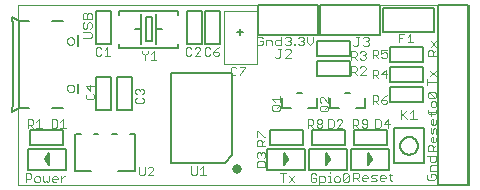
<source format=gto>
G75*
%MOIN*%
%OFA0B0*%
%FSLAX25Y25*%
%IPPOS*%
%LPD*%
%AMOC8*
5,1,8,0,0,1.08239X$1,22.5*
%
%ADD10C,0.00000*%
%ADD11C,0.00300*%
%ADD12C,0.00800*%
%ADD13C,0.00500*%
%ADD14C,0.03150*%
%ADD15C,0.00400*%
D10*
X0008000Y0002250D02*
X0008000Y0062211D01*
X0158201Y0062211D01*
X0158201Y0002250D01*
X0008000Y0002250D01*
X0024191Y0034376D02*
X0024193Y0034446D01*
X0024199Y0034516D01*
X0024209Y0034585D01*
X0024222Y0034654D01*
X0024240Y0034722D01*
X0024261Y0034789D01*
X0024286Y0034854D01*
X0024315Y0034918D01*
X0024347Y0034981D01*
X0024383Y0035041D01*
X0024422Y0035099D01*
X0024464Y0035155D01*
X0024509Y0035209D01*
X0024557Y0035260D01*
X0024608Y0035308D01*
X0024662Y0035353D01*
X0024718Y0035395D01*
X0024776Y0035434D01*
X0024836Y0035470D01*
X0024899Y0035502D01*
X0024963Y0035531D01*
X0025028Y0035556D01*
X0025095Y0035577D01*
X0025163Y0035595D01*
X0025232Y0035608D01*
X0025301Y0035618D01*
X0025371Y0035624D01*
X0025441Y0035626D01*
X0025511Y0035624D01*
X0025581Y0035618D01*
X0025650Y0035608D01*
X0025719Y0035595D01*
X0025787Y0035577D01*
X0025854Y0035556D01*
X0025919Y0035531D01*
X0025983Y0035502D01*
X0026046Y0035470D01*
X0026106Y0035434D01*
X0026164Y0035395D01*
X0026220Y0035353D01*
X0026274Y0035308D01*
X0026325Y0035260D01*
X0026373Y0035209D01*
X0026418Y0035155D01*
X0026460Y0035099D01*
X0026499Y0035041D01*
X0026535Y0034981D01*
X0026567Y0034918D01*
X0026596Y0034854D01*
X0026621Y0034789D01*
X0026642Y0034722D01*
X0026660Y0034654D01*
X0026673Y0034585D01*
X0026683Y0034516D01*
X0026689Y0034446D01*
X0026691Y0034376D01*
X0026689Y0034306D01*
X0026683Y0034236D01*
X0026673Y0034167D01*
X0026660Y0034098D01*
X0026642Y0034030D01*
X0026621Y0033963D01*
X0026596Y0033898D01*
X0026567Y0033834D01*
X0026535Y0033771D01*
X0026499Y0033711D01*
X0026460Y0033653D01*
X0026418Y0033597D01*
X0026373Y0033543D01*
X0026325Y0033492D01*
X0026274Y0033444D01*
X0026220Y0033399D01*
X0026164Y0033357D01*
X0026106Y0033318D01*
X0026046Y0033282D01*
X0025983Y0033250D01*
X0025919Y0033221D01*
X0025854Y0033196D01*
X0025787Y0033175D01*
X0025719Y0033157D01*
X0025650Y0033144D01*
X0025581Y0033134D01*
X0025511Y0033128D01*
X0025441Y0033126D01*
X0025371Y0033128D01*
X0025301Y0033134D01*
X0025232Y0033144D01*
X0025163Y0033157D01*
X0025095Y0033175D01*
X0025028Y0033196D01*
X0024963Y0033221D01*
X0024899Y0033250D01*
X0024836Y0033282D01*
X0024776Y0033318D01*
X0024718Y0033357D01*
X0024662Y0033399D01*
X0024608Y0033444D01*
X0024557Y0033492D01*
X0024509Y0033543D01*
X0024464Y0033597D01*
X0024422Y0033653D01*
X0024383Y0033711D01*
X0024347Y0033771D01*
X0024315Y0033834D01*
X0024286Y0033898D01*
X0024261Y0033963D01*
X0024240Y0034030D01*
X0024222Y0034098D01*
X0024209Y0034167D01*
X0024199Y0034236D01*
X0024193Y0034306D01*
X0024191Y0034376D01*
X0024191Y0050124D02*
X0024193Y0050194D01*
X0024199Y0050264D01*
X0024209Y0050333D01*
X0024222Y0050402D01*
X0024240Y0050470D01*
X0024261Y0050537D01*
X0024286Y0050602D01*
X0024315Y0050666D01*
X0024347Y0050729D01*
X0024383Y0050789D01*
X0024422Y0050847D01*
X0024464Y0050903D01*
X0024509Y0050957D01*
X0024557Y0051008D01*
X0024608Y0051056D01*
X0024662Y0051101D01*
X0024718Y0051143D01*
X0024776Y0051182D01*
X0024836Y0051218D01*
X0024899Y0051250D01*
X0024963Y0051279D01*
X0025028Y0051304D01*
X0025095Y0051325D01*
X0025163Y0051343D01*
X0025232Y0051356D01*
X0025301Y0051366D01*
X0025371Y0051372D01*
X0025441Y0051374D01*
X0025511Y0051372D01*
X0025581Y0051366D01*
X0025650Y0051356D01*
X0025719Y0051343D01*
X0025787Y0051325D01*
X0025854Y0051304D01*
X0025919Y0051279D01*
X0025983Y0051250D01*
X0026046Y0051218D01*
X0026106Y0051182D01*
X0026164Y0051143D01*
X0026220Y0051101D01*
X0026274Y0051056D01*
X0026325Y0051008D01*
X0026373Y0050957D01*
X0026418Y0050903D01*
X0026460Y0050847D01*
X0026499Y0050789D01*
X0026535Y0050729D01*
X0026567Y0050666D01*
X0026596Y0050602D01*
X0026621Y0050537D01*
X0026642Y0050470D01*
X0026660Y0050402D01*
X0026673Y0050333D01*
X0026683Y0050264D01*
X0026689Y0050194D01*
X0026691Y0050124D01*
X0026689Y0050054D01*
X0026683Y0049984D01*
X0026673Y0049915D01*
X0026660Y0049846D01*
X0026642Y0049778D01*
X0026621Y0049711D01*
X0026596Y0049646D01*
X0026567Y0049582D01*
X0026535Y0049519D01*
X0026499Y0049459D01*
X0026460Y0049401D01*
X0026418Y0049345D01*
X0026373Y0049291D01*
X0026325Y0049240D01*
X0026274Y0049192D01*
X0026220Y0049147D01*
X0026164Y0049105D01*
X0026106Y0049066D01*
X0026046Y0049030D01*
X0025983Y0048998D01*
X0025919Y0048969D01*
X0025854Y0048944D01*
X0025787Y0048923D01*
X0025719Y0048905D01*
X0025650Y0048892D01*
X0025581Y0048882D01*
X0025511Y0048876D01*
X0025441Y0048874D01*
X0025371Y0048876D01*
X0025301Y0048882D01*
X0025232Y0048892D01*
X0025163Y0048905D01*
X0025095Y0048923D01*
X0025028Y0048944D01*
X0024963Y0048969D01*
X0024899Y0048998D01*
X0024836Y0049030D01*
X0024776Y0049066D01*
X0024718Y0049105D01*
X0024662Y0049147D01*
X0024608Y0049192D01*
X0024557Y0049240D01*
X0024509Y0049291D01*
X0024464Y0049345D01*
X0024422Y0049401D01*
X0024383Y0049459D01*
X0024347Y0049519D01*
X0024315Y0049582D01*
X0024286Y0049646D01*
X0024261Y0049711D01*
X0024240Y0049778D01*
X0024222Y0049846D01*
X0024209Y0049915D01*
X0024199Y0049984D01*
X0024193Y0050054D01*
X0024191Y0050124D01*
D11*
X0087560Y0049184D02*
X0088044Y0048700D01*
X0089012Y0048700D01*
X0089495Y0049184D01*
X0089495Y0050151D01*
X0088528Y0050151D01*
X0087560Y0051119D02*
X0087560Y0049184D01*
X0087560Y0051119D02*
X0088044Y0051602D01*
X0089012Y0051602D01*
X0089495Y0051119D01*
X0090507Y0050635D02*
X0091958Y0050635D01*
X0092442Y0050151D01*
X0092442Y0048700D01*
X0093453Y0049184D02*
X0093937Y0048700D01*
X0095388Y0048700D01*
X0095388Y0051602D01*
X0095388Y0050635D02*
X0093937Y0050635D01*
X0093453Y0050151D01*
X0093453Y0049184D01*
X0090507Y0048700D02*
X0090507Y0050635D01*
X0096837Y0051119D02*
X0097321Y0051602D01*
X0098288Y0051602D01*
X0098772Y0051119D01*
X0098772Y0050635D01*
X0098288Y0050151D01*
X0098772Y0049667D01*
X0098772Y0049184D01*
X0098288Y0048700D01*
X0097321Y0048700D01*
X0096837Y0049184D01*
X0097805Y0050151D02*
X0098288Y0050151D01*
X0099784Y0049184D02*
X0100267Y0049184D01*
X0100267Y0048700D01*
X0099784Y0048700D01*
X0099784Y0049184D01*
X0101257Y0049184D02*
X0101741Y0048700D01*
X0102708Y0048700D01*
X0103192Y0049184D01*
X0103192Y0049667D01*
X0102708Y0050151D01*
X0102224Y0050151D01*
X0102708Y0050151D02*
X0103192Y0050635D01*
X0103192Y0051119D01*
X0102708Y0051602D01*
X0101741Y0051602D01*
X0101257Y0051119D01*
X0104203Y0051602D02*
X0104203Y0049667D01*
X0105171Y0048700D01*
X0106138Y0049667D01*
X0106138Y0051602D01*
X0144448Y0046601D02*
X0144448Y0045150D01*
X0147350Y0045150D01*
X0146383Y0045150D02*
X0146383Y0046601D01*
X0145899Y0047085D01*
X0144931Y0047085D01*
X0144448Y0046601D01*
X0146383Y0046117D02*
X0147350Y0047085D01*
X0147350Y0048097D02*
X0145415Y0050031D01*
X0145415Y0048097D02*
X0147350Y0050031D01*
X0147100Y0040281D02*
X0145165Y0038347D01*
X0144198Y0037335D02*
X0144198Y0035400D01*
X0144198Y0036367D02*
X0147100Y0036367D01*
X0147100Y0038347D02*
X0145165Y0040281D01*
X0144931Y0032996D02*
X0144448Y0032512D01*
X0144448Y0031545D01*
X0144931Y0031061D01*
X0146866Y0031061D01*
X0144931Y0032996D01*
X0146866Y0032996D01*
X0147350Y0032512D01*
X0147350Y0031545D01*
X0146866Y0031061D01*
X0146866Y0030049D02*
X0145899Y0030049D01*
X0145415Y0029566D01*
X0145415Y0028598D01*
X0145899Y0028114D01*
X0146866Y0028114D01*
X0147350Y0028598D01*
X0147350Y0029566D01*
X0146866Y0030049D01*
X0147350Y0027117D02*
X0147350Y0026150D01*
X0147350Y0026154D02*
X0146866Y0025670D01*
X0144931Y0025670D01*
X0144448Y0026150D02*
X0144448Y0027117D01*
X0144448Y0026634D02*
X0147350Y0026634D01*
X0145415Y0026154D02*
X0145415Y0025186D01*
X0145899Y0024175D02*
X0146383Y0024175D01*
X0146383Y0022240D01*
X0146866Y0022240D02*
X0145899Y0022240D01*
X0145415Y0022723D01*
X0145415Y0023691D01*
X0145899Y0024175D01*
X0147350Y0023691D02*
X0147350Y0022723D01*
X0146866Y0022240D01*
X0146866Y0021228D02*
X0146383Y0020744D01*
X0146383Y0019777D01*
X0145899Y0019293D01*
X0145415Y0019777D01*
X0145415Y0021228D01*
X0146866Y0021228D02*
X0147350Y0020744D01*
X0147350Y0019293D01*
X0146383Y0018281D02*
X0146383Y0016347D01*
X0146866Y0016347D02*
X0145899Y0016347D01*
X0145415Y0016830D01*
X0145415Y0017798D01*
X0145899Y0018281D01*
X0146383Y0018281D01*
X0147350Y0017798D02*
X0147350Y0016830D01*
X0146866Y0016347D01*
X0147350Y0015335D02*
X0146383Y0014367D01*
X0146383Y0014851D02*
X0146383Y0013400D01*
X0147350Y0013400D02*
X0144448Y0013400D01*
X0144448Y0014851D01*
X0144931Y0015335D01*
X0145899Y0015335D01*
X0146383Y0014851D01*
X0147100Y0011728D02*
X0144198Y0011728D01*
X0145165Y0011728D02*
X0145165Y0010277D01*
X0145649Y0009793D01*
X0146616Y0009793D01*
X0147100Y0010277D01*
X0147100Y0011728D01*
X0147100Y0008781D02*
X0145649Y0008781D01*
X0145165Y0008298D01*
X0145165Y0006847D01*
X0147100Y0006847D01*
X0146616Y0005835D02*
X0145649Y0005835D01*
X0145649Y0004867D01*
X0146616Y0003900D02*
X0144681Y0003900D01*
X0144198Y0004384D01*
X0144198Y0005351D01*
X0144681Y0005835D01*
X0146616Y0005835D02*
X0147100Y0005351D01*
X0147100Y0004384D01*
X0146616Y0003900D01*
X0132404Y0003400D02*
X0131920Y0003884D01*
X0131920Y0005819D01*
X0131436Y0005335D02*
X0132404Y0005335D01*
X0130425Y0004851D02*
X0130425Y0004367D01*
X0128490Y0004367D01*
X0128490Y0003884D02*
X0128490Y0004851D01*
X0128973Y0005335D01*
X0129941Y0005335D01*
X0130425Y0004851D01*
X0128973Y0003400D02*
X0128490Y0003884D01*
X0128973Y0003400D02*
X0129941Y0003400D01*
X0127478Y0003884D02*
X0126994Y0004367D01*
X0126027Y0004367D01*
X0125543Y0004851D01*
X0126027Y0005335D01*
X0127478Y0005335D01*
X0127478Y0003884D02*
X0126994Y0003400D01*
X0125543Y0003400D01*
X0124048Y0003400D02*
X0123080Y0003400D01*
X0122597Y0003884D01*
X0122597Y0004851D01*
X0123080Y0005335D01*
X0124048Y0005335D01*
X0124531Y0004851D01*
X0124531Y0004367D01*
X0122597Y0004367D01*
X0121585Y0004851D02*
X0121101Y0004367D01*
X0119650Y0004367D01*
X0120617Y0004367D02*
X0121585Y0003400D01*
X0119650Y0003400D02*
X0119650Y0006302D01*
X0121101Y0006302D01*
X0121585Y0005819D01*
X0121585Y0004851D01*
X0118139Y0005569D02*
X0118139Y0003634D01*
X0117655Y0003150D01*
X0116688Y0003150D01*
X0116204Y0003634D01*
X0118139Y0005569D01*
X0117655Y0006052D01*
X0116688Y0006052D01*
X0116204Y0005569D01*
X0116204Y0003634D01*
X0115192Y0003634D02*
X0115192Y0004601D01*
X0114709Y0005085D01*
X0113741Y0005085D01*
X0113257Y0004601D01*
X0113257Y0003634D01*
X0113741Y0003150D01*
X0114709Y0003150D01*
X0115192Y0003634D01*
X0112261Y0003150D02*
X0111293Y0003150D01*
X0111777Y0003150D02*
X0111777Y0005085D01*
X0111293Y0005085D01*
X0111777Y0006052D02*
X0111777Y0006536D01*
X0110281Y0004601D02*
X0109798Y0005085D01*
X0108347Y0005085D01*
X0108347Y0002183D01*
X0108347Y0003150D02*
X0109798Y0003150D01*
X0110281Y0003634D01*
X0110281Y0004601D01*
X0107335Y0004601D02*
X0107335Y0003634D01*
X0106851Y0003150D01*
X0105884Y0003150D01*
X0105400Y0003634D01*
X0105400Y0005569D01*
X0105884Y0006052D01*
X0106851Y0006052D01*
X0107335Y0005569D01*
X0107335Y0004601D02*
X0106367Y0004601D01*
X0100031Y0005085D02*
X0098097Y0003150D01*
X0100031Y0003150D02*
X0098097Y0005085D01*
X0097085Y0006052D02*
X0095150Y0006052D01*
X0096117Y0006052D02*
X0096117Y0003150D01*
X0070461Y0005450D02*
X0068526Y0005450D01*
X0069494Y0005450D02*
X0069494Y0008352D01*
X0068526Y0007385D01*
X0067515Y0008352D02*
X0067515Y0005934D01*
X0067031Y0005450D01*
X0066064Y0005450D01*
X0065580Y0005934D01*
X0065580Y0008352D01*
X0023637Y0005085D02*
X0023154Y0005085D01*
X0022186Y0004117D01*
X0022186Y0003150D02*
X0022186Y0005085D01*
X0021175Y0004601D02*
X0021175Y0004117D01*
X0019240Y0004117D01*
X0019240Y0003634D02*
X0019240Y0004601D01*
X0019723Y0005085D01*
X0020691Y0005085D01*
X0021175Y0004601D01*
X0019723Y0003150D02*
X0019240Y0003634D01*
X0019723Y0003150D02*
X0020691Y0003150D01*
X0018228Y0003634D02*
X0018228Y0005085D01*
X0016293Y0005085D02*
X0016293Y0003634D01*
X0016777Y0003150D01*
X0017261Y0003634D01*
X0017744Y0003150D01*
X0018228Y0003634D01*
X0015281Y0003634D02*
X0014798Y0003150D01*
X0013830Y0003150D01*
X0013347Y0003634D01*
X0013347Y0004601D01*
X0013830Y0005085D01*
X0014798Y0005085D01*
X0015281Y0004601D01*
X0015281Y0003634D01*
X0012335Y0004601D02*
X0012335Y0005569D01*
X0011851Y0006052D01*
X0010400Y0006052D01*
X0010400Y0003150D01*
X0010400Y0004117D02*
X0011851Y0004117D01*
X0012335Y0004601D01*
D12*
X0058764Y0009539D02*
X0058764Y0039461D01*
X0079236Y0039461D01*
X0079236Y0012039D01*
X0076736Y0009539D01*
X0058862Y0009539D01*
D13*
X0058862Y0009441D01*
X0047000Y0006750D02*
X0047000Y0019250D01*
X0046843Y0019250D02*
X0045268Y0019250D01*
X0040937Y0019250D02*
X0039362Y0019250D01*
X0034638Y0019250D02*
X0033063Y0019250D01*
X0028732Y0019250D02*
X0027157Y0019250D01*
X0027000Y0019250D02*
X0027000Y0006750D01*
X0032276Y0006750D01*
X0041331Y0006750D02*
X0046843Y0006750D01*
X0023750Y0007250D02*
X0011250Y0007250D01*
X0011250Y0014250D01*
X0023750Y0014250D01*
X0023750Y0007250D01*
X0018250Y0008750D02*
X0018250Y0009750D01*
X0017250Y0011250D01*
X0018250Y0010750D01*
X0017500Y0011750D01*
X0018250Y0011750D01*
X0018250Y0012750D01*
X0017500Y0011750D01*
X0016750Y0010750D01*
X0018250Y0008750D01*
X0017000Y0011000D01*
X0018250Y0009750D01*
X0018250Y0010750D01*
X0018250Y0011750D01*
X0023000Y0015500D02*
X0012000Y0015500D01*
X0012000Y0020500D01*
X0023000Y0020500D01*
X0023000Y0015500D01*
X0008315Y0027683D02*
X0005953Y0026502D01*
X0006346Y0029652D01*
X0006346Y0055242D01*
X0005953Y0057998D01*
X0008315Y0056817D01*
X0011465Y0056817D01*
X0008315Y0056817D02*
X0008315Y0027683D01*
X0011465Y0027683D01*
X0019339Y0027683D02*
X0022882Y0027683D01*
X0028000Y0032801D02*
X0028000Y0035951D01*
X0034000Y0038000D02*
X0039000Y0038000D01*
X0039000Y0027000D01*
X0034000Y0027000D01*
X0034000Y0038000D01*
X0041000Y0038000D02*
X0046000Y0038000D01*
X0046000Y0027000D01*
X0041000Y0027000D01*
X0041000Y0038000D01*
X0041657Y0047701D02*
X0061343Y0047701D01*
X0061343Y0049276D01*
X0064250Y0049000D02*
X0064250Y0060000D01*
X0069250Y0060000D01*
X0069250Y0049000D01*
X0064250Y0049000D01*
X0070250Y0049000D02*
X0070250Y0060000D01*
X0075250Y0060000D01*
X0075250Y0049000D01*
X0070250Y0049000D01*
X0081000Y0053000D02*
X0083000Y0053000D01*
X0082000Y0054000D02*
X0082000Y0052000D01*
X0088000Y0052250D02*
X0088000Y0062250D01*
X0108000Y0062250D01*
X0108000Y0052250D01*
X0088000Y0052250D01*
X0107500Y0050250D02*
X0107500Y0045250D01*
X0118500Y0045250D01*
X0118500Y0050250D01*
X0107500Y0050250D01*
X0108500Y0052250D02*
X0128500Y0052250D01*
X0128500Y0062250D01*
X0108500Y0062250D01*
X0108500Y0052250D01*
X0107500Y0043500D02*
X0107500Y0038500D01*
X0118500Y0038500D01*
X0118500Y0043500D01*
X0107500Y0043500D01*
X0129500Y0053250D02*
X0129500Y0061250D01*
X0146500Y0061250D01*
X0146500Y0053250D01*
X0129500Y0053250D01*
X0132000Y0048250D02*
X0132000Y0043250D01*
X0143000Y0043250D01*
X0143000Y0048250D01*
X0132000Y0048250D01*
X0132000Y0041500D02*
X0132000Y0036500D01*
X0143000Y0036500D01*
X0143000Y0041500D01*
X0132000Y0041500D01*
X0132000Y0034750D02*
X0132000Y0029750D01*
X0143000Y0029750D01*
X0143000Y0034750D01*
X0132000Y0034750D01*
X0123500Y0031250D02*
X0123500Y0027750D01*
X0120500Y0027750D01*
X0115000Y0027750D02*
X0112000Y0027750D01*
X0112000Y0031250D01*
X0107500Y0031250D02*
X0107500Y0027750D01*
X0104500Y0027750D01*
X0099000Y0027750D02*
X0096000Y0027750D01*
X0096000Y0031250D01*
X0101000Y0032750D02*
X0102500Y0032750D01*
X0117000Y0032750D02*
X0118500Y0032750D01*
X0133329Y0021156D02*
X0143171Y0021156D01*
X0143171Y0009344D01*
X0133329Y0009344D01*
X0133329Y0021156D01*
X0130750Y0020500D02*
X0130750Y0015500D01*
X0119750Y0015500D01*
X0119750Y0020500D01*
X0130750Y0020500D01*
X0135297Y0015250D02*
X0135299Y0015358D01*
X0135305Y0015467D01*
X0135315Y0015575D01*
X0135329Y0015682D01*
X0135347Y0015789D01*
X0135368Y0015896D01*
X0135394Y0016001D01*
X0135424Y0016106D01*
X0135457Y0016209D01*
X0135494Y0016311D01*
X0135535Y0016411D01*
X0135579Y0016510D01*
X0135628Y0016608D01*
X0135679Y0016703D01*
X0135734Y0016796D01*
X0135793Y0016888D01*
X0135855Y0016977D01*
X0135920Y0017064D01*
X0135988Y0017148D01*
X0136059Y0017230D01*
X0136133Y0017309D01*
X0136210Y0017385D01*
X0136290Y0017459D01*
X0136373Y0017529D01*
X0136458Y0017597D01*
X0136545Y0017661D01*
X0136635Y0017722D01*
X0136727Y0017780D01*
X0136821Y0017834D01*
X0136917Y0017885D01*
X0137014Y0017932D01*
X0137114Y0017976D01*
X0137215Y0018016D01*
X0137317Y0018052D01*
X0137420Y0018084D01*
X0137525Y0018113D01*
X0137631Y0018137D01*
X0137737Y0018158D01*
X0137844Y0018175D01*
X0137952Y0018188D01*
X0138060Y0018197D01*
X0138169Y0018202D01*
X0138277Y0018203D01*
X0138386Y0018200D01*
X0138494Y0018193D01*
X0138602Y0018182D01*
X0138709Y0018167D01*
X0138816Y0018148D01*
X0138922Y0018125D01*
X0139027Y0018099D01*
X0139132Y0018068D01*
X0139234Y0018034D01*
X0139336Y0017996D01*
X0139436Y0017954D01*
X0139535Y0017909D01*
X0139632Y0017860D01*
X0139726Y0017807D01*
X0139819Y0017751D01*
X0139910Y0017692D01*
X0139999Y0017629D01*
X0140085Y0017564D01*
X0140169Y0017495D01*
X0140250Y0017423D01*
X0140328Y0017348D01*
X0140404Y0017270D01*
X0140477Y0017189D01*
X0140547Y0017106D01*
X0140613Y0017021D01*
X0140677Y0016933D01*
X0140737Y0016842D01*
X0140794Y0016750D01*
X0140847Y0016655D01*
X0140897Y0016559D01*
X0140943Y0016461D01*
X0140986Y0016361D01*
X0141025Y0016260D01*
X0141060Y0016157D01*
X0141092Y0016054D01*
X0141119Y0015949D01*
X0141143Y0015843D01*
X0141163Y0015736D01*
X0141179Y0015629D01*
X0141191Y0015521D01*
X0141199Y0015413D01*
X0141203Y0015304D01*
X0141203Y0015196D01*
X0141199Y0015087D01*
X0141191Y0014979D01*
X0141179Y0014871D01*
X0141163Y0014764D01*
X0141143Y0014657D01*
X0141119Y0014551D01*
X0141092Y0014446D01*
X0141060Y0014343D01*
X0141025Y0014240D01*
X0140986Y0014139D01*
X0140943Y0014039D01*
X0140897Y0013941D01*
X0140847Y0013845D01*
X0140794Y0013750D01*
X0140737Y0013658D01*
X0140677Y0013567D01*
X0140613Y0013479D01*
X0140547Y0013394D01*
X0140477Y0013311D01*
X0140404Y0013230D01*
X0140328Y0013152D01*
X0140250Y0013077D01*
X0140169Y0013005D01*
X0140085Y0012936D01*
X0139999Y0012871D01*
X0139910Y0012808D01*
X0139819Y0012749D01*
X0139727Y0012693D01*
X0139632Y0012640D01*
X0139535Y0012591D01*
X0139436Y0012546D01*
X0139336Y0012504D01*
X0139234Y0012466D01*
X0139132Y0012432D01*
X0139027Y0012401D01*
X0138922Y0012375D01*
X0138816Y0012352D01*
X0138709Y0012333D01*
X0138602Y0012318D01*
X0138494Y0012307D01*
X0138386Y0012300D01*
X0138277Y0012297D01*
X0138169Y0012298D01*
X0138060Y0012303D01*
X0137952Y0012312D01*
X0137844Y0012325D01*
X0137737Y0012342D01*
X0137631Y0012363D01*
X0137525Y0012387D01*
X0137420Y0012416D01*
X0137317Y0012448D01*
X0137215Y0012484D01*
X0137114Y0012524D01*
X0137014Y0012568D01*
X0136917Y0012615D01*
X0136821Y0012666D01*
X0136727Y0012720D01*
X0136635Y0012778D01*
X0136545Y0012839D01*
X0136458Y0012903D01*
X0136373Y0012971D01*
X0136290Y0013041D01*
X0136210Y0013115D01*
X0136133Y0013191D01*
X0136059Y0013270D01*
X0135988Y0013352D01*
X0135920Y0013436D01*
X0135855Y0013523D01*
X0135793Y0013612D01*
X0135734Y0013704D01*
X0135679Y0013797D01*
X0135628Y0013892D01*
X0135579Y0013990D01*
X0135535Y0014089D01*
X0135494Y0014189D01*
X0135457Y0014291D01*
X0135424Y0014394D01*
X0135394Y0014499D01*
X0135368Y0014604D01*
X0135347Y0014711D01*
X0135329Y0014818D01*
X0135315Y0014925D01*
X0135305Y0015033D01*
X0135299Y0015142D01*
X0135297Y0015250D01*
X0131500Y0014250D02*
X0119000Y0014250D01*
X0119000Y0007250D01*
X0131500Y0007250D01*
X0131500Y0014250D01*
X0126000Y0010750D02*
X0124500Y0012750D01*
X0125750Y0010500D01*
X0124500Y0011750D01*
X0125500Y0010250D01*
X0124500Y0010750D01*
X0125250Y0009750D01*
X0124500Y0009750D01*
X0124500Y0008750D01*
X0125250Y0009750D01*
X0126000Y0010750D01*
X0124500Y0010750D02*
X0124500Y0011750D01*
X0124500Y0012750D01*
X0124500Y0010750D02*
X0124500Y0009750D01*
X0117500Y0007250D02*
X0105000Y0007250D01*
X0105000Y0014250D01*
X0117500Y0014250D01*
X0117500Y0007250D01*
X0112000Y0010750D02*
X0111250Y0009750D01*
X0110500Y0009750D01*
X0110500Y0008750D01*
X0111250Y0009750D01*
X0110500Y0010750D01*
X0111500Y0010250D01*
X0110500Y0011750D01*
X0111750Y0010500D01*
X0110500Y0012750D01*
X0112000Y0010750D01*
X0110500Y0010750D02*
X0110500Y0011750D01*
X0110500Y0012750D01*
X0110500Y0010750D02*
X0110500Y0009750D01*
X0103500Y0007250D02*
X0091000Y0007250D01*
X0091000Y0014250D01*
X0103500Y0014250D01*
X0103500Y0007250D01*
X0098000Y0010750D02*
X0097250Y0009750D01*
X0096500Y0009750D01*
X0096500Y0008750D01*
X0097250Y0009750D01*
X0096500Y0010750D01*
X0097500Y0010250D01*
X0096500Y0011750D01*
X0097750Y0010500D01*
X0096500Y0012750D01*
X0098000Y0010750D01*
X0096500Y0010750D02*
X0096500Y0011750D01*
X0096500Y0012750D01*
X0096500Y0010750D02*
X0096500Y0009750D01*
X0091750Y0015500D02*
X0091750Y0020500D01*
X0102750Y0020500D01*
X0102750Y0015500D01*
X0091750Y0015500D01*
X0106000Y0015500D02*
X0106000Y0020500D01*
X0117000Y0020500D01*
X0117000Y0015500D01*
X0106000Y0015500D01*
X0148000Y0002250D02*
X0148000Y0062250D01*
X0158000Y0062250D01*
X0158000Y0002250D01*
X0148000Y0002250D01*
X0054000Y0049000D02*
X0054000Y0054000D01*
X0056000Y0054000D01*
X0054000Y0054000D02*
X0054000Y0059000D01*
X0052500Y0058000D02*
X0050500Y0058000D01*
X0050500Y0050000D01*
X0052500Y0050000D01*
X0052500Y0058000D01*
X0049000Y0059000D02*
X0049000Y0054000D01*
X0047000Y0054000D01*
X0049000Y0054000D02*
X0049000Y0049000D01*
X0041657Y0049276D02*
X0041657Y0047701D01*
X0039000Y0049000D02*
X0034000Y0049000D01*
X0034000Y0060000D01*
X0039000Y0060000D01*
X0039000Y0049000D01*
X0028000Y0048549D02*
X0028000Y0052093D01*
X0022882Y0056817D02*
X0019339Y0056817D01*
X0041657Y0058724D02*
X0041657Y0060299D01*
X0061343Y0060299D01*
X0061343Y0058724D01*
D14*
X0081000Y0007500D03*
D15*
X0087498Y0008200D02*
X0087498Y0009601D01*
X0087965Y0010068D01*
X0089833Y0010068D01*
X0090300Y0009601D01*
X0090300Y0008200D01*
X0087498Y0008200D01*
X0087965Y0011147D02*
X0087498Y0011614D01*
X0087498Y0012548D01*
X0087965Y0013015D01*
X0088432Y0013015D01*
X0088899Y0012548D01*
X0089366Y0013015D01*
X0089833Y0013015D01*
X0090300Y0012548D01*
X0090300Y0011614D01*
X0089833Y0011147D01*
X0088899Y0012081D02*
X0088899Y0012548D01*
X0089366Y0015200D02*
X0089366Y0016601D01*
X0088899Y0017068D01*
X0087965Y0017068D01*
X0087498Y0016601D01*
X0087498Y0015200D01*
X0090300Y0015200D01*
X0089366Y0016134D02*
X0090300Y0017068D01*
X0090300Y0018147D02*
X0089833Y0018147D01*
X0087965Y0020015D01*
X0087498Y0020015D01*
X0087498Y0018147D01*
X0104450Y0021200D02*
X0104450Y0024002D01*
X0105851Y0024002D01*
X0106318Y0023535D01*
X0106318Y0022601D01*
X0105851Y0022134D01*
X0104450Y0022134D01*
X0105384Y0022134D02*
X0106318Y0021200D01*
X0107397Y0021667D02*
X0107397Y0022134D01*
X0107864Y0022601D01*
X0108798Y0022601D01*
X0109265Y0022134D01*
X0109265Y0021667D01*
X0108798Y0021200D01*
X0107864Y0021200D01*
X0107397Y0021667D01*
X0107864Y0022601D02*
X0107397Y0023068D01*
X0107397Y0023535D01*
X0107864Y0024002D01*
X0108798Y0024002D01*
X0109265Y0023535D01*
X0109265Y0023068D01*
X0108798Y0022601D01*
X0111200Y0021200D02*
X0112601Y0021200D01*
X0113068Y0021667D01*
X0113068Y0023535D01*
X0112601Y0024002D01*
X0111200Y0024002D01*
X0111200Y0021200D01*
X0114147Y0021200D02*
X0116015Y0023068D01*
X0116015Y0023535D01*
X0115548Y0024002D01*
X0114614Y0024002D01*
X0114147Y0023535D01*
X0114147Y0021200D02*
X0116015Y0021200D01*
X0119450Y0021200D02*
X0119450Y0024002D01*
X0120851Y0024002D01*
X0121318Y0023535D01*
X0121318Y0022601D01*
X0120851Y0022134D01*
X0119450Y0022134D01*
X0120384Y0022134D02*
X0121318Y0021200D01*
X0122397Y0021667D02*
X0122864Y0021200D01*
X0123798Y0021200D01*
X0124265Y0021667D01*
X0124265Y0023535D01*
X0123798Y0024002D01*
X0122864Y0024002D01*
X0122397Y0023535D01*
X0122397Y0023068D01*
X0122864Y0022601D01*
X0124265Y0022601D01*
X0126950Y0021200D02*
X0128351Y0021200D01*
X0128818Y0021667D01*
X0128818Y0023535D01*
X0128351Y0024002D01*
X0126950Y0024002D01*
X0126950Y0021200D01*
X0129897Y0022601D02*
X0131765Y0022601D01*
X0131298Y0024002D02*
X0129897Y0022601D01*
X0131298Y0021200D02*
X0131298Y0024002D01*
X0135450Y0024200D02*
X0135450Y0027303D01*
X0137518Y0027303D02*
X0135450Y0025234D01*
X0135967Y0025751D02*
X0137518Y0024200D01*
X0138673Y0024200D02*
X0140741Y0024200D01*
X0139707Y0024200D02*
X0139707Y0027303D01*
X0138673Y0026268D01*
X0130872Y0029717D02*
X0130872Y0030184D01*
X0130405Y0030651D01*
X0129003Y0030651D01*
X0129003Y0029717D01*
X0129471Y0029250D01*
X0130405Y0029250D01*
X0130872Y0029717D01*
X0129938Y0031585D02*
X0129003Y0030651D01*
X0127925Y0030651D02*
X0127458Y0030184D01*
X0126057Y0030184D01*
X0126057Y0029250D02*
X0126057Y0032052D01*
X0127458Y0032052D01*
X0127925Y0031585D01*
X0127925Y0030651D01*
X0126991Y0030184D02*
X0127925Y0029250D01*
X0129938Y0031585D02*
X0130872Y0032052D01*
X0130405Y0037750D02*
X0130405Y0040552D01*
X0129003Y0039151D01*
X0130872Y0039151D01*
X0127925Y0039151D02*
X0127925Y0040085D01*
X0127458Y0040552D01*
X0126057Y0040552D01*
X0126057Y0037750D01*
X0126991Y0038684D02*
X0127925Y0037750D01*
X0127458Y0038684D02*
X0126057Y0038684D01*
X0127458Y0038684D02*
X0127925Y0039151D01*
X0123765Y0038950D02*
X0121897Y0038950D01*
X0123765Y0040818D01*
X0123765Y0041285D01*
X0123298Y0041752D01*
X0122364Y0041752D01*
X0121897Y0041285D01*
X0120818Y0041285D02*
X0120818Y0040351D01*
X0120351Y0039884D01*
X0118950Y0039884D01*
X0118950Y0038950D02*
X0118950Y0041752D01*
X0120351Y0041752D01*
X0120818Y0041285D01*
X0119884Y0039884D02*
X0120818Y0038950D01*
X0120818Y0043950D02*
X0119884Y0044884D01*
X0120351Y0044884D02*
X0118950Y0044884D01*
X0118950Y0043950D02*
X0118950Y0046752D01*
X0120351Y0046752D01*
X0120818Y0046285D01*
X0120818Y0045351D01*
X0120351Y0044884D01*
X0121897Y0044417D02*
X0122364Y0043950D01*
X0123298Y0043950D01*
X0123765Y0044417D01*
X0123765Y0044884D01*
X0123298Y0045351D01*
X0122831Y0045351D01*
X0123298Y0045351D02*
X0123765Y0045818D01*
X0123765Y0046285D01*
X0123298Y0046752D01*
X0122364Y0046752D01*
X0121897Y0046285D01*
X0123244Y0048450D02*
X0122727Y0048967D01*
X0123244Y0048450D02*
X0124279Y0048450D01*
X0124796Y0048967D01*
X0124796Y0049484D01*
X0124279Y0050001D01*
X0123761Y0050001D01*
X0124279Y0050001D02*
X0124796Y0050518D01*
X0124796Y0051036D01*
X0124279Y0051553D01*
X0123244Y0051553D01*
X0122727Y0051036D01*
X0121573Y0051553D02*
X0120539Y0051553D01*
X0121056Y0051553D02*
X0121056Y0048967D01*
X0120539Y0048450D01*
X0120022Y0048450D01*
X0119505Y0048967D01*
X0126057Y0047302D02*
X0127458Y0047302D01*
X0127925Y0046835D01*
X0127925Y0045901D01*
X0127458Y0045434D01*
X0126057Y0045434D01*
X0126057Y0044500D02*
X0126057Y0047302D01*
X0129003Y0047302D02*
X0129003Y0045901D01*
X0129938Y0046368D01*
X0130405Y0046368D01*
X0130872Y0045901D01*
X0130872Y0044967D01*
X0130405Y0044500D01*
X0129471Y0044500D01*
X0129003Y0044967D01*
X0127925Y0044500D02*
X0126991Y0045434D01*
X0129003Y0047302D02*
X0130872Y0047302D01*
X0134807Y0049750D02*
X0134807Y0052552D01*
X0136675Y0052552D01*
X0137753Y0051618D02*
X0138688Y0052552D01*
X0138688Y0049750D01*
X0139622Y0049750D02*
X0137753Y0049750D01*
X0135741Y0051151D02*
X0134807Y0051151D01*
X0098796Y0047036D02*
X0098279Y0047553D01*
X0097244Y0047553D01*
X0096727Y0047036D01*
X0095573Y0047553D02*
X0094539Y0047553D01*
X0095056Y0047553D02*
X0095056Y0044967D01*
X0094539Y0044450D01*
X0094022Y0044450D01*
X0093505Y0044967D01*
X0096727Y0044450D02*
X0098796Y0046518D01*
X0098796Y0047036D01*
X0098796Y0044450D02*
X0096727Y0044450D01*
X0087500Y0042500D02*
X0076500Y0042500D01*
X0076500Y0060000D01*
X0087500Y0060000D01*
X0087500Y0042500D01*
X0083622Y0041552D02*
X0083622Y0041085D01*
X0081753Y0039217D01*
X0081753Y0038750D01*
X0080675Y0039217D02*
X0080208Y0038750D01*
X0079274Y0038750D01*
X0078807Y0039217D01*
X0078807Y0041085D01*
X0079274Y0041552D01*
X0080208Y0041552D01*
X0080675Y0041085D01*
X0081753Y0041552D02*
X0083622Y0041552D01*
X0074872Y0045717D02*
X0074872Y0046184D01*
X0074405Y0046651D01*
X0073003Y0046651D01*
X0073003Y0045717D01*
X0073471Y0045250D01*
X0074405Y0045250D01*
X0074872Y0045717D01*
X0073938Y0047585D02*
X0073003Y0046651D01*
X0073938Y0047585D02*
X0074872Y0048052D01*
X0071925Y0047585D02*
X0071458Y0048052D01*
X0070524Y0048052D01*
X0070057Y0047585D01*
X0070057Y0045717D01*
X0070524Y0045250D01*
X0071458Y0045250D01*
X0071925Y0045717D01*
X0068622Y0045250D02*
X0066753Y0045250D01*
X0068622Y0047118D01*
X0068622Y0047585D01*
X0068155Y0048052D01*
X0067221Y0048052D01*
X0066753Y0047585D01*
X0065675Y0047585D02*
X0065208Y0048052D01*
X0064274Y0048052D01*
X0063807Y0047585D01*
X0063807Y0045717D01*
X0064274Y0045250D01*
X0065208Y0045250D01*
X0065675Y0045717D01*
X0054015Y0043950D02*
X0052147Y0043950D01*
X0053081Y0043950D02*
X0053081Y0046752D01*
X0052147Y0045818D01*
X0051068Y0046285D02*
X0051068Y0046752D01*
X0051068Y0046285D02*
X0050134Y0045351D01*
X0050134Y0043950D01*
X0050134Y0045351D02*
X0049200Y0046285D01*
X0049200Y0046752D01*
X0038622Y0045250D02*
X0036753Y0045250D01*
X0037688Y0045250D02*
X0037688Y0048052D01*
X0036753Y0047118D01*
X0035675Y0047585D02*
X0035208Y0048052D01*
X0034274Y0048052D01*
X0033807Y0047585D01*
X0033807Y0045717D01*
X0034274Y0045250D01*
X0035208Y0045250D01*
X0035675Y0045717D01*
X0032033Y0051032D02*
X0029447Y0051032D01*
X0032033Y0051032D02*
X0032550Y0051549D01*
X0032550Y0052583D01*
X0032033Y0053100D01*
X0029447Y0053100D01*
X0029964Y0054254D02*
X0030482Y0054254D01*
X0030999Y0054772D01*
X0030999Y0055806D01*
X0031516Y0056323D01*
X0032033Y0056323D01*
X0032550Y0055806D01*
X0032550Y0054772D01*
X0032033Y0054254D01*
X0029964Y0054254D02*
X0029447Y0054772D01*
X0029447Y0055806D01*
X0029964Y0056323D01*
X0029447Y0057477D02*
X0029447Y0059029D01*
X0029964Y0059546D01*
X0030482Y0059546D01*
X0030999Y0059029D01*
X0030999Y0057477D01*
X0032550Y0057477D02*
X0029447Y0057477D01*
X0032550Y0057477D02*
X0032550Y0059029D01*
X0032033Y0059546D01*
X0031516Y0059546D01*
X0030999Y0059029D01*
X0031899Y0035515D02*
X0031899Y0033647D01*
X0030498Y0035048D01*
X0033300Y0035048D01*
X0032833Y0032568D02*
X0033300Y0032101D01*
X0033300Y0031167D01*
X0032833Y0030700D01*
X0030965Y0030700D01*
X0030498Y0031167D01*
X0030498Y0032101D01*
X0030965Y0032568D01*
X0046998Y0032864D02*
X0046998Y0033798D01*
X0047465Y0034265D01*
X0047932Y0034265D01*
X0048399Y0033798D01*
X0048866Y0034265D01*
X0049333Y0034265D01*
X0049800Y0033798D01*
X0049800Y0032864D01*
X0049333Y0032397D01*
X0048399Y0033331D02*
X0048399Y0033798D01*
X0047465Y0032397D02*
X0046998Y0032864D01*
X0047465Y0031318D02*
X0046998Y0030851D01*
X0046998Y0029917D01*
X0047465Y0029450D01*
X0049333Y0029450D01*
X0049800Y0029917D01*
X0049800Y0030851D01*
X0049333Y0031318D01*
X0022938Y0024052D02*
X0022938Y0021250D01*
X0023872Y0021250D02*
X0022003Y0021250D01*
X0020925Y0021717D02*
X0020925Y0023585D01*
X0020458Y0024052D01*
X0019057Y0024052D01*
X0019057Y0021250D01*
X0020458Y0021250D01*
X0020925Y0021717D01*
X0022003Y0023118D02*
X0022938Y0024052D01*
X0015872Y0021250D02*
X0014003Y0021250D01*
X0014938Y0021250D02*
X0014938Y0024052D01*
X0014003Y0023118D01*
X0012925Y0022651D02*
X0012458Y0022184D01*
X0011057Y0022184D01*
X0011057Y0021250D02*
X0011057Y0024052D01*
X0012458Y0024052D01*
X0012925Y0023585D01*
X0012925Y0022651D01*
X0011991Y0022184D02*
X0012925Y0021250D01*
X0048200Y0008252D02*
X0048200Y0005917D01*
X0048667Y0005450D01*
X0049601Y0005450D01*
X0050068Y0005917D01*
X0050068Y0008252D01*
X0051147Y0007785D02*
X0051614Y0008252D01*
X0052548Y0008252D01*
X0053015Y0007785D01*
X0053015Y0007318D01*
X0051147Y0005450D01*
X0053015Y0005450D01*
X0092498Y0027417D02*
X0092965Y0026950D01*
X0094833Y0026950D01*
X0095300Y0027417D01*
X0095300Y0028351D01*
X0094833Y0028818D01*
X0092965Y0028818D01*
X0092498Y0028351D01*
X0092498Y0027417D01*
X0094366Y0027884D02*
X0095300Y0028818D01*
X0095300Y0029897D02*
X0095300Y0031765D01*
X0095300Y0030831D02*
X0092498Y0030831D01*
X0093432Y0029897D01*
X0108498Y0030114D02*
X0108965Y0029647D01*
X0108498Y0030114D02*
X0108498Y0031048D01*
X0108965Y0031515D01*
X0109432Y0031515D01*
X0111300Y0029647D01*
X0111300Y0031515D01*
X0111300Y0028568D02*
X0110366Y0027634D01*
X0110833Y0026700D02*
X0108965Y0026700D01*
X0108498Y0027167D01*
X0108498Y0028101D01*
X0108965Y0028568D01*
X0110833Y0028568D01*
X0111300Y0028101D01*
X0111300Y0027167D01*
X0110833Y0026700D01*
M02*

</source>
